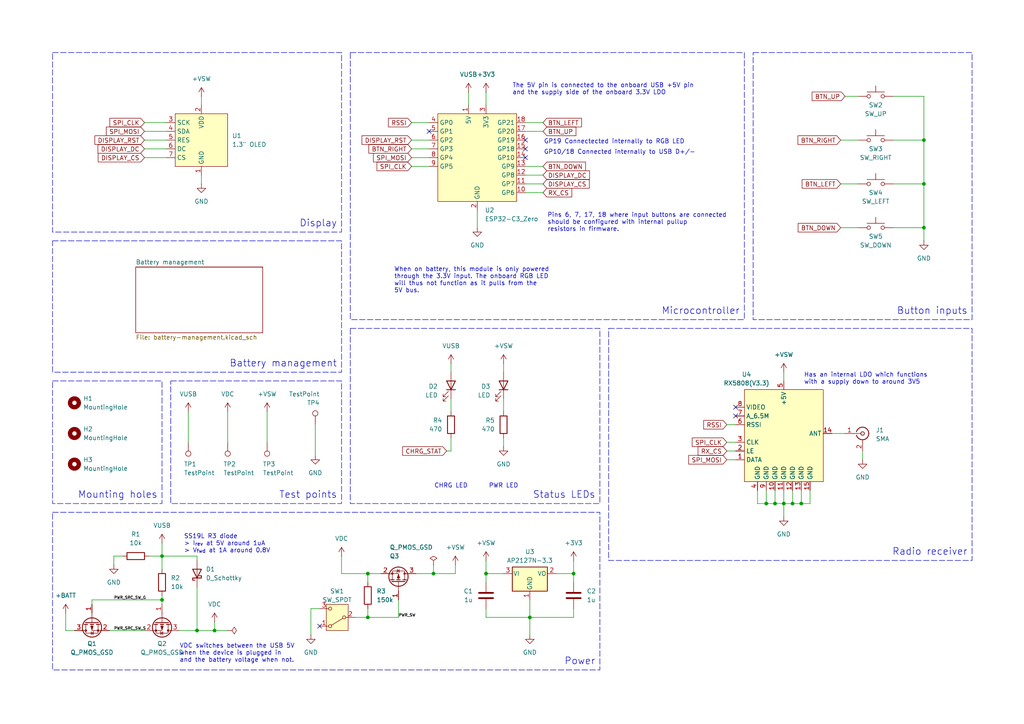
<source format=kicad_sch>
(kicad_sch (version 20231120) (generator "eeschema") (generator_version "8.0")
  (paper "A4")
  (lib_symbols
    (symbol "+VSW_1" (power) (pin_numbers hide) (pin_names (offset 0) hide)
      (property "Value" "+VSW" (at 0 3.556 0))
      (symbol "+VSW_1_0_1"
        (polyline (pts (xy -0.762 1.27) (xy 0 2.54)))
        (polyline (pts (xy 0 0) (xy 0 2.54)))
        (polyline (pts (xy 0 2.54) (xy 0.762 1.27)))
      )
      (symbol "+VSW_1_1_1"
        (pin power_in line (at 0 0 90) (length 0) (name "~") (number "1"))
      )
    )
    (symbol "Connector:Conn_Coaxial" (pin_names (offset 1.016) hide)
      (property "Reference" "J" (at 0.254 3.048 0))
      (property "Value" "Conn_Coaxial" (at 2.921 0 90))
      (symbol "Conn_Coaxial_0_1"
        (arc (start -1.778 -0.508) (mid 0.2311 -1.8066) (end 1.778 0) (stroke (width 0.254)))
        (polyline (pts (xy -2.54 0) (xy -0.508 0)))
        (polyline (pts (xy 0 -2.54) (xy 0 -1.778)))
        (circle (center 0 0) (radius 0.508) (stroke (width 0.2032)))
        (arc (start 1.778 0) (mid 0.2099 1.8101) (end -1.778 0.508) (stroke (width 0.254)))
      )
      (symbol "Conn_Coaxial_1_1"
        (pin passive line (at -5.08 0 0) (length 2.54) (name "In") (number "1"))
        (pin passive line (at 0 -5.08 90) (length 2.54) (name "Ext") (number "2"))
      )
    )
    (symbol "Connector:TestPoint" (pin_numbers hide) (pin_names (offset 0.762) hide)
      (property "Reference" "TP" (at 0 6.858 0))
      (property "Value" "TestPoint" (at 0 5.08 0))
      (symbol "TestPoint_0_1"
        (circle (center 0 3.302) (radius 0.762))
      )
      (symbol "TestPoint_1_1"
        (pin passive line (at 0 0 90) (length 2.54) (name "1") (number "1"))
      )
    )
    (symbol "Device:C" (pin_numbers hide) (pin_names (offset 0.254))
      (property "Reference" "C" (at 0.635 2.54 0))
      (property "Value" "C" (at 0.635 -2.54 0))
      (symbol "C_0_1"
        (polyline (pts (xy -2.032 -0.762) (xy 2.032 -0.762)) (stroke (width 0.508)))
        (polyline (pts (xy -2.032 0.762) (xy 2.032 0.762)) (stroke (width 0.508)))
      )
      (symbol "C_1_1"
        (pin passive line (at 0 3.81 270) (length 2.794) (name "~") (number "1"))
        (pin passive line (at 0 -3.81 90) (length 2.794) (name "~") (number "2"))
      )
    )
    (symbol "Device:D_Schottky" (pin_numbers hide) (pin_names (offset 1.016) hide)
      (property "Reference" "D" (at 0 2.54 0))
      (property "Value" "D_Schottky" (at 0 -2.54 0))
      (symbol "D_Schottky_0_1"
        (polyline (pts (xy 1.27 0) (xy -1.27 0)))
        (polyline (pts (xy 1.27 1.27) (xy 1.27 -1.27) (xy -1.27 0) (xy 1.27 1.27)) (stroke (width 0.254)))
        (polyline (pts (xy -1.905 0.635) (xy -1.905 1.27) (xy -1.27 1.27) (xy -1.27 -1.27) (xy -0.635 -1.27) (xy -0.635 -0.635)) (stroke (width 0.254)))
      )
      (symbol "D_Schottky_1_1"
        (pin passive line (at -3.81 0 0) (length 2.54) (name "K") (number "1"))
        (pin passive line (at 3.81 0 180) (length 2.54) (name "A") (number "2"))
      )
    )
    (symbol "Device:LED" (pin_numbers hide) (pin_names (offset 1.016) hide)
      (property "Reference" "D" (at 0 2.54 0))
      (property "Value" "LED" (at 0 -2.54 0))
      (symbol "LED_0_1"
        (polyline (pts (xy -1.27 -1.27) (xy -1.27 1.27)) (stroke (width 0.254)))
        (polyline (pts (xy -1.27 0) (xy 1.27 0)))
        (polyline (pts (xy 1.27 -1.27) (xy 1.27 1.27) (xy -1.27 0) (xy 1.27 -1.27)) (stroke (width 0.254)))
        (polyline (pts (xy -3.048 -0.762) (xy -4.572 -2.286) (xy -3.81 -2.286) (xy -4.572 -2.286) (xy -4.572 -1.524)))
        (polyline (pts (xy -1.778 -0.762) (xy -3.302 -2.286) (xy -2.54 -2.286) (xy -3.302 -2.286) (xy -3.302 -1.524)))
      )
      (symbol "LED_1_1"
        (pin passive line (at -3.81 0 0) (length 2.54) (name "K") (number "1"))
        (pin passive line (at 3.81 0 180) (length 2.54) (name "A") (number "2"))
      )
    )
    (symbol "Device:Q_PMOS_GSD" (pin_names (offset 0) hide)
      (property "Reference" "Q" (at 5.08 1.27 0))
      (property "Value" "Q_PMOS_GSD" (at 5.08 -1.27 0))
      (symbol "Q_PMOS_GSD_0_1"
        (polyline (pts (xy 0.254 0) (xy -2.54 0)))
        (polyline (pts (xy 0.254 1.905) (xy 0.254 -1.905)) (stroke (width 0.254)))
        (polyline (pts (xy 0.762 -1.27) (xy 0.762 -2.286)) (stroke (width 0.254)))
        (polyline (pts (xy 0.762 0.508) (xy 0.762 -0.508)) (stroke (width 0.254)))
        (polyline (pts (xy 0.762 2.286) (xy 0.762 1.27)) (stroke (width 0.254)))
        (polyline (pts (xy 2.54 2.54) (xy 2.54 1.778)))
        (polyline (pts (xy 2.54 -2.54) (xy 2.54 0) (xy 0.762 0)))
        (polyline (pts (xy 0.762 1.778) (xy 3.302 1.778) (xy 3.302 -1.778) (xy 0.762 -1.778)))
        (polyline (pts (xy 2.286 0) (xy 1.27 0.381) (xy 1.27 -0.381) (xy 2.286 0)) (fill (type outline)))
        (polyline (pts (xy 2.794 -0.508) (xy 2.921 -0.381) (xy 3.683 -0.381) (xy 3.81 -0.254)))
        (polyline (pts (xy 3.302 -0.381) (xy 2.921 0.254) (xy 3.683 0.254) (xy 3.302 -0.381)))
        (circle (center 1.651 0) (radius 2.794) (stroke (width 0.254)))
        (circle (center 2.54 -1.778) (radius 0.254) (fill (type outline)))
        (circle (center 2.54 1.778) (radius 0.254) (fill (type outline)))
      )
      (symbol "Q_PMOS_GSD_1_1"
        (pin input line (at -5.08 0 0) (length 2.54) (name "G") (number "1"))
        (pin passive line (at 2.54 -5.08 90) (length 2.54) (name "S") (number "2"))
        (pin passive line (at 2.54 5.08 270) (length 2.54) (name "D") (number "3"))
      )
    )
    (symbol "Device:R" (pin_numbers hide) (pin_names (offset 0))
      (property "Reference" "R" (at 2.032 0 90))
      (property "Value" "R" (at 0 0 90))
      (symbol "R_0_1"
        (rectangle (start -1.016 -2.54) (end 1.016 2.54) (stroke (width 0.254)))
      )
      (symbol "R_1_1"
        (pin passive line (at 0 3.81 270) (length 1.27) (name "~") (number "1"))
        (pin passive line (at 0 -3.81 90) (length 1.27) (name "~") (number "2"))
      )
    )
    (symbol "GND_1" (power) (pin_numbers hide) (pin_names (offset 0) hide)
      (property "Value" "GND" (at 0 -3.81 0))
      (symbol "GND_1_0_1"
        (polyline (pts (xy 0 0) (xy 0 -1.27) (xy 1.27 -1.27) (xy 0 -2.54) (xy -1.27 -1.27) (xy 0 -1.27)))
      )
      (symbol "GND_1_1_1"
        (pin power_in line (at 0 0 270) (length 0) (name "~") (number "1"))
      )
    )
    (symbol "GND_2" (power) (pin_numbers hide) (pin_names (offset 0) hide)
      (property "Value" "GND" (at 0 -3.81 0))
      (symbol "GND_2_0_1"
        (polyline (pts (xy 0 0) (xy 0 -1.27) (xy 1.27 -1.27) (xy 0 -2.54) (xy -1.27 -1.27) (xy 0 -1.27)))
      )
      (symbol "GND_2_1_1"
        (pin power_in line (at 0 0 270) (length 0) (name "~") (number "1"))
      )
    )
    (symbol "GND_3" (power) (pin_numbers hide) (pin_names (offset 0) hide)
      (property "Value" "GND" (at 0 -3.81 0))
      (symbol "GND_3_0_1"
        (polyline (pts (xy 0 0) (xy 0 -1.27) (xy 1.27 -1.27) (xy 0 -2.54) (xy -1.27 -1.27) (xy 0 -1.27)))
      )
      (symbol "GND_3_1_1"
        (pin power_in line (at 0 0 270) (length 0) (name "~") (number "1"))
      )
    )
    (symbol "GND_4" (power) (pin_numbers hide) (pin_names (offset 0) hide)
      (property "Value" "GND" (at 0 -3.81 0))
      (symbol "GND_4_0_1"
        (polyline (pts (xy 0 0) (xy 0 -1.27) (xy 1.27 -1.27) (xy 0 -2.54) (xy -1.27 -1.27) (xy 0 -1.27)))
      )
      (symbol "GND_4_1_1"
        (pin power_in line (at 0 0 270) (length 0) (name "~") (number "1"))
      )
    )
    (symbol "Mechanical:MountingHole" (pin_names (offset 1.016)) (exclude_from_sim yes) (in_bom no)
      (property "Reference" "H" (at 0 5.08 0))
      (property "Value" "MountingHole" (at 0 3.175 0))
      (symbol "MountingHole_0_1"
        (circle (center 0 0) (radius 1.27) (stroke (width 1.27)))
      )
    )
    (symbol "Regulator_Linear:AP2127N-3.3" (pin_names (offset 0.254))
      (property "Reference" "U" (at -3.81 3.175 0))
      (property "Value" "AP2127N-3.3" (at 0 3.175 0))
      (symbol "AP2127N-3.3_0_1"
        (rectangle (start -5.08 1.905) (end 5.08 -5.08) (stroke (width 0.254)) (fill (type background)))
      )
      (symbol "AP2127N-3.3_1_1"
        (pin power_in line (at 0 -7.62 90) (length 2.54) (name "GND") (number "1"))
        (pin power_out line (at 7.62 0 180) (length 2.54) (name "VO") (number "2"))
        (pin power_in line (at -7.62 0 0) (length 2.54) (name "VI") (number "3"))
      )
    )
    (symbol "Switch:SW_Push" (pin_numbers hide) (pin_names (offset 1.016) hide)
      (property "Reference" "SW" (at 1.27 2.54 0))
      (property "Value" "SW_Push" (at 0 -1.524 0))
      (symbol "SW_Push_0_1"
        (circle (center -2.032 0) (radius 0.508))
        (polyline (pts (xy 0 1.27) (xy 0 3.048)))
        (polyline (pts (xy 2.54 1.27) (xy -2.54 1.27)))
        (circle (center 2.032 0) (radius 0.508))
        (pin passive line (at -5.08 0 0) (length 2.54) (name "1") (number "1"))
        (pin passive line (at 5.08 0 180) (length 2.54) (name "2") (number "2"))
      )
    )
    (symbol "Switch:SW_SPDT" (pin_names (offset 0) hide)
      (property "Reference" "SW" (at 0 5.08 0))
      (property "Value" "SW_SPDT" (at 0 -5.08 0))
      (symbol "SW_SPDT_0_1"
        (circle (center -2.032 0) (radius 0.4572))
        (polyline (pts (xy -1.651 0.254) (xy 1.651 2.286)))
        (circle (center 2.032 -2.54) (radius 0.4572))
        (circle (center 2.032 2.54) (radius 0.4572))
      )
      (symbol "SW_SPDT_1_1"
        (rectangle (start -3.175 3.81) (end 3.175 -3.81) (fill (type background)))
        (pin passive line (at 5.08 2.54 180) (length 2.54) (name "A") (number "1"))
        (pin passive line (at -5.08 0 0) (length 2.54) (name "B") (number "2"))
        (pin passive line (at 5.08 -2.54 180) (length 2.54) (name "C") (number "3"))
      )
    )
    (symbol "power:+3V3" (power) (pin_numbers hide) (pin_names (offset 0) hide)
      (property "Value" "+3V3" (at 0 3.556 0))
      (symbol "+3V3_0_1"
        (polyline (pts (xy -0.762 1.27) (xy 0 2.54)))
        (polyline (pts (xy 0 0) (xy 0 2.54)))
        (polyline (pts (xy 0 2.54) (xy 0.762 1.27)))
      )
      (symbol "+3V3_1_1"
        (pin power_in line (at 0 0 90) (length 0) (name "~") (number "1"))
      )
    )
    (symbol "power:+BATT" (power) (pin_numbers hide) (pin_names (offset 0) hide)
      (property "Value" "+BATT" (at 0 3.556 0))
      (symbol "+BATT_0_1"
        (polyline (pts (xy -0.762 1.27) (xy 0 2.54)))
        (polyline (pts (xy 0 0) (xy 0 2.54)))
        (polyline (pts (xy 0 2.54) (xy 0.762 1.27)))
      )
      (symbol "+BATT_1_1"
        (pin power_in line (at 0 0 90) (length 0) (name "~") (number "1"))
      )
    )
    (symbol "power:GND" (power) (pin_numbers hide) (pin_names (offset 0) hide)
      (property "Value" "GND" (at 0 -3.81 0))
      (symbol "GND_0_1"
        (polyline (pts (xy 0 0) (xy 0 -1.27) (xy 1.27 -1.27) (xy 0 -2.54) (xy -1.27 -1.27) (xy 0 -1.27)))
      )
      (symbol "GND_1_1"
        (pin power_in line (at 0 0 270) (length 0) (name "~") (number "1"))
      )
    )
    (symbol "power:PWR_FLAG" (power) (pin_numbers hide) (pin_names (offset 0) hide)
      (property "Value" "PWR_FLAG" (at 0 3.81 0))
      (symbol "PWR_FLAG_0_0"
        (pin power_out line (at 0 0 90) (length 0) (name "~") (number "1"))
      )
      (symbol "PWR_FLAG_0_1"
        (polyline (pts (xy 0 0) (xy 0 1.27) (xy -1.016 1.905) (xy 0 2.54) (xy 1.016 1.905) (xy 0 1.27)))
      )
    )
    (symbol "power:VDC" (power) (pin_numbers hide) (pin_names (offset 0) hide)
      (property "Value" "VDC" (at 0 3.556 0))
      (symbol "VDC_0_1"
        (polyline (pts (xy -0.762 1.27) (xy 0 2.54)))
        (polyline (pts (xy 0 0) (xy 0 2.54)))
        (polyline (pts (xy 0 2.54) (xy 0.762 1.27)))
      )
      (symbol "VDC_1_1"
        (pin power_in line (at 0 0 90) (length 0) (name "~") (number "1"))
      )
    )
    (symbol "thanassis_sym:1.3_OLED_SPI"
      (property "Reference" "U3" (at 6.35 -13.97 0))
      (property "Value" "1.3\" OLED" (at 6.35 -16.51 0))
      (symbol "1.3_OLED_SPI_1_1"
        (rectangle (start -5.08 3.81) (end 10.16 -11.43) (fill (type background)))
        (pin power_in line (at 2.54 -13.97 90) (length 2.54) (name "GND") (number "1"))
        (pin power_in line (at 2.54 6.35 270) (length 2.54) (name "VDD") (number "2"))
        (pin input line (at -7.62 1.27 0) (length 2.54) (name "SCK") (number "3"))
        (pin input line (at -7.62 -1.27 0) (length 2.54) (name "SDA") (number "4"))
        (pin input line (at -7.62 -3.81 0) (length 2.54) (name "RES") (number "5"))
        (pin input line (at -7.62 -6.35 0) (length 2.54) (name "DC") (number "6"))
        (pin input line (at -7.62 -8.89 0) (length 2.54) (name "CS") (number "7"))
      )
    )
    (symbol "thanassis_sym:ESP32-C3_Zero"
      (property "Reference" "U" (at 10.922 -16.51 0))
      (property "Value" "ESP32-C3_Zero" (at 12.192 -19.05 0))
      (symbol "ESP32-C3_Zero_0_1"
        (rectangle (start -11.43 12.7) (end 11.43 -12.7) (fill (type background)))
      )
      (symbol "ESP32-C3_Zero_1_1"
        (pin power_out line (at -2.54 15.24 270) (length 2.54) (name "5V") (number "1"))
        (pin bidirectional line (at 13.97 -10.16 180) (length 2.54) (name "GP6") (number "10"))
        (pin bidirectional line (at 13.97 -7.62 180) (length 2.54) (name "GP7") (number "11"))
        (pin bidirectional line (at 13.97 -5.08 180) (length 2.54) (name "GP8") (number "12"))
        (pin bidirectional line (at 13.97 -2.54 180) (length 2.54) (name "GP9") (number "13"))
        (pin bidirectional line (at 13.97 0 180) (length 2.54) (name "GP10") (number "14"))
        (pin bidirectional line (at 13.97 2.54 180) (length 2.54) (name "GP18") (number "15"))
        (pin bidirectional line (at 13.97 5.08 180) (length 2.54) (name "GP19") (number "16"))
        (pin bidirectional line (at 13.97 7.62 180) (length 2.54) (name "GP20") (number "17"))
        (pin bidirectional line (at 13.97 10.16 180) (length 2.54) (name "GP21") (number "18"))
        (pin power_out line (at 0 -15.24 90) (length 2.54) (name "GND") (number "2"))
        (pin power_in line (at 2.54 15.24 270) (length 2.54) (name "3V3") (number "3"))
        (pin bidirectional line (at -13.97 10.16 0) (length 2.54) (name "GP0") (number "4"))
        (pin bidirectional line (at -13.97 7.62 0) (length 2.54) (name "GP1") (number "5"))
        (pin bidirectional line (at -13.97 5.08 0) (length 2.54) (name "GP2") (number "6"))
        (pin bidirectional line (at -13.97 2.54 0) (length 2.54) (name "GP3") (number "7"))
        (pin bidirectional line (at -13.97 0 0) (length 2.54) (name "GP4") (number "8"))
        (pin bidirectional line (at -13.97 -2.54 0) (length 2.54) (name "GP5") (number "9"))
      )
    )
    (symbol "thanassis_sym:RX5808(V3.3)_1"
      (property "Reference" "U5" (at 2.1941 7.62 0))
      (property "Value" "RX5808(V3.3)" (at 2.1941 5.08 0))
      (symbol "RX5808(V3.3)_1_1_1"
        (rectangle (start -11.43 2.54) (end 11.43 -24.13) (fill (type background)))
        (pin bidirectional line (at -13.97 -17.78 0) (length 2.54) (name "DATA") (number "1"))
        (pin power_in line (at -2.54 -26.67 90) (length 2.54) (name "GND") (number "10"))
        (pin power_in line (at 0 -26.67 90) (length 2.54) (name "GND") (number "11"))
        (pin power_in line (at 2.54 -26.67 90) (length 2.54) (name "GND") (number "12"))
        (pin power_in line (at 5.08 -26.67 90) (length 2.54) (name "GND") (number "13"))
        (pin input line (at 13.97 -10.16 180) (length 2.54) (name "ANT") (number "14"))
        (pin power_in line (at 7.62 -26.67 90) (length 2.54) (name "GND") (number "15"))
        (pin input line (at -13.97 -15.24 0) (length 2.54) (name "LE") (number "2"))
        (pin input line (at -13.97 -12.7 0) (length 2.54) (name "CLK") (number "3"))
        (pin power_in line (at -7.62 -26.67 90) (length 2.54) (name "GND") (number "4"))
        (pin power_in line (at 0 5.08 270) (length 2.54) (name "+5V") (number "5"))
        (pin output line (at -13.97 -7.62 0) (length 2.54) (name "RSSI") (number "6"))
        (pin output line (at -13.97 -5.08 0) (length 2.54) (name "A_6.5M") (number "7"))
        (pin output line (at -13.97 -2.54 0) (length 2.54) (name "VIDEO") (number "8"))
        (pin power_in line (at -5.08 -26.67 90) (length 2.54) (name "GND") (number "9"))
      )
    )
    (symbol "thanassis_sym:VUSB" (power) (pin_numbers hide) (pin_names (offset 0) hide)
      (property "Value" "VUSB" (at 0 3.556 0))
      (symbol "VUSB_0_1"
        (polyline (pts (xy -0.762 1.27) (xy 0 2.54)))
        (polyline (pts (xy 0 0) (xy 0 2.54)))
        (polyline (pts (xy 0 2.54) (xy 0.762 1.27)))
      )
      (symbol "VUSB_1_1"
        (pin power_in line (at 0 0 90) (length 0) (name "~") (number "1"))
      )
    )
  )
  (junction (at 57.15 182.88))
  (junction (at 229.87 146.05))
  (junction (at 140.97 166.37))
  (junction (at 267.97 66.04))
  (junction (at 166.37 166.37))
  (junction (at 222.25 146.05))
  (junction (at 62.23 182.88))
  (junction (at 153.67 179.07))
  (junction (at 224.79 146.05))
  (junction (at 106.68 179.07))
  (junction (at 227.33 146.05))
  (junction (at 267.97 40.64))
  (junction (at 46.99 173.99))
  (junction (at 232.41 146.05))
  (junction (at 267.97 53.34))
  (junction (at 46.99 161.29))
  (junction (at 106.68 166.37))
  (junction (at 125.73 166.37))
  (no_connect (at 124.46 38.1))
  (no_connect (at 152.4 40.64))
  (no_connect (at 213.36 118.11))
  (no_connect (at 213.36 120.65))
  (no_connect (at 152.4 43.18))
  (no_connect (at 152.4 45.72))
  (no_connect (at 92.71 181.61))
  (wire (pts (xy 130.81 130.81) (xy 130.81 127)))
  (wire (pts (xy 46.99 161.29) (xy 46.99 165.1)))
  (wire (pts (xy 210.82 133.35) (xy 213.36 133.35)))
  (wire (pts (xy 46.99 161.29) (xy 57.15 161.29)))
  (wire (pts (xy 210.82 123.19) (xy 213.36 123.19)))
  (wire (pts (xy 153.67 179.07) (xy 153.67 184.15)))
  (wire (pts (xy 106.68 179.07) (xy 115.57 179.07)))
  (wire (pts (xy 125.73 163.83) (xy 125.73 166.37)))
  (wire (pts (xy 62.23 182.88) (xy 66.04 182.88)))
  (wire (pts (xy 90.17 176.53) (xy 90.17 184.15)))
  (wire (pts (xy 229.87 146.05) (xy 227.33 146.05)))
  (wire (pts (xy 243.84 40.64) (xy 248.92 40.64)))
  (wire (pts (xy 140.97 166.37) (xy 146.05 166.37)))
  (wire (pts (xy 19.05 182.88) (xy 21.59 182.88)))
  (wire (pts (xy 234.95 142.24) (xy 234.95 146.05)))
  (wire (pts (xy 245.11 27.94) (xy 248.92 27.94)))
  (wire (pts (xy 58.42 27.94) (xy 58.42 30.48)))
  (wire (pts (xy 166.37 179.07) (xy 166.37 176.53)))
  (wire (pts (xy 140.97 176.53) (xy 140.97 179.07)))
  (wire (pts (xy 232.41 142.24) (xy 232.41 146.05)))
  (wire (pts (xy 267.97 27.94) (xy 259.08 27.94)))
  (wire (pts (xy 227.33 107.95) (xy 227.33 110.49)))
  (wire (pts (xy 106.68 176.53) (xy 106.68 179.07)))
  (wire (pts (xy 267.97 69.85) (xy 267.97 66.04)))
  (wire (pts (xy 222.25 142.24) (xy 222.25 146.05)))
  (wire (pts (xy 153.67 179.07) (xy 166.37 179.07)))
  (wire (pts (xy 140.97 166.37) (xy 140.97 168.91)))
  (wire (pts (xy 106.68 166.37) (xy 106.68 168.91)))
  (wire (pts (xy 234.95 146.05) (xy 232.41 146.05)))
  (wire (pts (xy 31.75 182.88) (xy 41.91 182.88)))
  (wire (pts (xy 43.18 161.29) (xy 46.99 161.29)))
  (wire (pts (xy 124.46 35.56) (xy 119.38 35.56)))
  (wire (pts (xy 124.46 45.72) (xy 119.38 45.72)))
  (wire (pts (xy 26.67 175.26) (xy 26.67 173.99)))
  (wire (pts (xy 57.15 182.88) (xy 57.15 170.18)))
  (wire (pts (xy 224.79 142.24) (xy 224.79 146.05)))
  (wire (pts (xy 161.29 166.37) (xy 166.37 166.37)))
  (wire (pts (xy 166.37 166.37) (xy 166.37 162.56)))
  (wire (pts (xy 124.46 40.64) (xy 119.38 40.64)))
  (wire (pts (xy 41.91 35.56) (xy 48.26 35.56)))
  (wire (pts (xy 267.97 27.94) (xy 267.97 40.64)))
  (wire (pts (xy 152.4 38.1) (xy 157.48 38.1)))
  (wire (pts (xy 124.46 43.18) (xy 119.38 43.18)))
  (wire (pts (xy 250.19 130.81) (xy 250.19 133.35)))
  (wire (pts (xy 229.87 142.24) (xy 229.87 146.05)))
  (wire (pts (xy 124.46 48.26) (xy 119.38 48.26)))
  (wire (pts (xy 243.84 66.04) (xy 248.92 66.04)))
  (wire (pts (xy 91.44 132.08) (xy 91.44 123.19)))
  (wire (pts (xy 227.33 146.05) (xy 227.33 149.86)))
  (wire (pts (xy 267.97 66.04) (xy 259.08 66.04)))
  (wire (pts (xy 210.82 130.81) (xy 213.36 130.81)))
  (wire (pts (xy 267.97 53.34) (xy 267.97 66.04)))
  (wire (pts (xy 243.84 53.34) (xy 248.92 53.34)))
  (wire (pts (xy 57.15 182.88) (xy 62.23 182.88)))
  (wire (pts (xy 46.99 172.72) (xy 46.99 173.99)))
  (wire (pts (xy 152.4 50.8) (xy 157.48 50.8)))
  (wire (pts (xy 120.65 166.37) (xy 125.73 166.37)))
  (wire (pts (xy 152.4 35.56) (xy 157.48 35.56)))
  (wire (pts (xy 227.33 142.24) (xy 227.33 146.05)))
  (wire (pts (xy 152.4 55.88) (xy 157.48 55.88)))
  (wire (pts (xy 140.97 26.67) (xy 140.97 30.48)))
  (wire (pts (xy 267.97 40.64) (xy 259.08 40.64)))
  (wire (pts (xy 102.87 179.07) (xy 106.68 179.07)))
  (wire (pts (xy 54.61 119.38) (xy 54.61 128.27)))
  (wire (pts (xy 146.05 105.41) (xy 146.05 107.95)))
  (wire (pts (xy 224.79 146.05) (xy 227.33 146.05)))
  (wire (pts (xy 33.02 163.83) (xy 33.02 161.29)))
  (wire (pts (xy 106.68 166.37) (xy 110.49 166.37)))
  (wire (pts (xy 66.04 119.38) (xy 66.04 128.27)))
  (wire (pts (xy 125.73 166.37) (xy 132.08 166.37)))
  (wire (pts (xy 41.91 43.18) (xy 48.26 43.18)))
  (wire (pts (xy 222.25 146.05) (xy 224.79 146.05)))
  (wire (pts (xy 115.57 173.99) (xy 115.57 179.07)))
  (wire (pts (xy 26.67 173.99) (xy 46.99 173.99)))
  (wire (pts (xy 132.08 166.37) (xy 132.08 163.83)))
  (wire (pts (xy 41.91 40.64) (xy 48.26 40.64)))
  (wire (pts (xy 41.91 38.1) (xy 48.26 38.1)))
  (wire (pts (xy 90.17 176.53) (xy 92.71 176.53)))
  (wire (pts (xy 62.23 180.34) (xy 62.23 182.88)))
  (wire (pts (xy 130.81 105.41) (xy 130.81 107.95)))
  (wire (pts (xy 166.37 166.37) (xy 166.37 168.91)))
  (wire (pts (xy 153.67 173.99) (xy 153.67 179.07)))
  (wire (pts (xy 267.97 53.34) (xy 259.08 53.34)))
  (wire (pts (xy 46.99 157.48) (xy 46.99 161.29)))
  (wire (pts (xy 41.91 45.72) (xy 48.26 45.72)))
  (wire (pts (xy 135.89 26.67) (xy 135.89 30.48)))
  (wire (pts (xy 140.97 179.07) (xy 153.67 179.07)))
  (wire (pts (xy 152.4 53.34) (xy 157.48 53.34)))
  (wire (pts (xy 146.05 115.57) (xy 146.05 119.38)))
  (wire (pts (xy 129.54 130.81) (xy 130.81 130.81)))
  (wire (pts (xy 99.06 161.29) (xy 99.06 166.37)))
  (wire (pts (xy 58.42 50.8) (xy 58.42 53.34)))
  (wire (pts (xy 19.05 177.8) (xy 19.05 182.88)))
  (wire (pts (xy 146.05 127) (xy 146.05 129.54)))
  (wire (pts (xy 232.41 146.05) (xy 229.87 146.05)))
  (wire (pts (xy 33.02 161.29) (xy 35.56 161.29)))
  (wire (pts (xy 77.47 119.38) (xy 77.47 128.27)))
  (wire (pts (xy 267.97 40.64) (xy 267.97 53.34)))
  (wire (pts (xy 130.81 115.57) (xy 130.81 119.38)))
  (wire (pts (xy 57.15 162.56) (xy 57.15 161.29)))
  (wire (pts (xy 219.71 146.05) (xy 222.25 146.05)))
  (wire (pts (xy 46.99 173.99) (xy 46.99 175.26)))
  (wire (pts (xy 241.3 125.73) (xy 245.11 125.73)))
  (wire (pts (xy 52.07 182.88) (xy 57.15 182.88)))
  (wire (pts (xy 219.71 142.24) (xy 219.71 146.05)))
  (wire (pts (xy 152.4 48.26) (xy 157.48 48.26)))
  (wire (pts (xy 138.43 60.96) (xy 138.43 66.04)))
  (wire (pts (xy 140.97 162.56) (xy 140.97 166.37)))
  (wire (pts (xy 210.82 128.27) (xy 213.36 128.27)))
  (wire (pts (xy 99.06 166.37) (xy 106.68 166.37)))
  (rectangle (start 101.6 15.24) (end 215.9 92.71) (stroke (width 0) (type dash)))
  (rectangle (start 49.53 110.49) (end 99.06 146.05) (stroke (width 0) (type dash)))
  (rectangle (start 15.24 15.24) (end 99.06 67.31) (stroke (width 0) (type dash)))
  (rectangle (start 176.53 95.25) (end 281.94 162.56) (stroke (width 0) (type dash)))
  (rectangle (start 15.24 69.85) (end 99.06 107.95) (stroke (width 0) (type dash)))
  (rectangle (start 15.24 110.49) (end 46.99 146.05) (stroke (width 0) (type dash)))
  (rectangle (start 218.44 15.24) (end 281.94 92.71) (stroke (width 0) (type dash)))
  (rectangle (start 101.6 95.25) (end 173.99 146.05) (stroke (width 0) (type dash)))
  (rectangle (start 15.24 148.59) (end 173.99 194.31) (stroke (width 0) (type dash)))
  (text "VDC switches between the USB 5V \nwhen the device is plugged in\nand the battery voltage when not." (at 52.07 186.69 0) (effects (font (size 1.27 1.27)) (justify left top)))
  (text "Power" (at 172.72 193.04 0) (effects (font (size 2 2)) (justify right bottom)))
  (text "PWR LED" (at 146.05 140.97 0) (effects (font (size 1.27 1.27))))
  (text "GP10/18 Connected internally to USB D+/-" (at 157.734 44.196 0) (effects (font (size 1.27 1.27)) (justify left)))
  (text "Pins 6, 7, 17, 18 where input buttons are connected \nshould be configured with internal pullup \nresistors in firmware." (at 158.75 67.31 0) (effects (font (size 1.27 1.27)) (justify left bottom)))
  (text "When on battery, this module is only powered \nthrough the 3.3V input. The onboard RGB LED \nwill thus not function as it pulls from the\n5V bus." (at 114.3 77.47 0) (effects (font (size 1.27 1.27)) (justify left top)))
  (text "Button inputs" (at 280.67 91.44 0) (effects (font (size 2 2)) (justify right bottom)))
  (text "Status LEDs" (at 172.72 144.78 0) (effects (font (size 2 2)) (justify right bottom)))
  (text "Has an internal LDO which functions \nwith a supply down to around 3V5" (at 233.172 109.855 0) (effects (font (size 1.27 1.27)) (justify left)))
  (text "Battery management" (at 97.79 106.68 0) (effects (font (size 2 2)) (justify right bottom)))
  (text "GP19 Connectected internally to RGB LED" (at 157.734 41.148 0) (effects (font (size 1.27 1.27)) (justify left)))
  (text "Radio receiver" (at 280.67 161.29 0) (effects (font (size 2 2)) (justify right bottom)))
  (text "Test points" (at 97.79 144.78 0) (effects (font (size 2 2)) (justify right bottom)))
  (text "Microcontroller" (at 214.63 91.44 0) (effects (font (size 2 2)) (justify right bottom)))
  (text "The 5V pin is connected to the onboard USB +5V pin\nand the supply side of the onboard 3.3V LDO" (at 148.59 24.13 0) (effects (font (size 1.27 1.27)) (justify left top)))
  (text "SS19L R3 diode \n> I_{rev} at 5V around 1uA \n> V_{fwd} at 1A around 0.8V\n" (at 53.34 154.94 0) (effects (font (size 1.27 1.27)) (justify left top)))
  (text "CHRG LED" (at 130.81 140.97 0) (effects (font (size 1.27 1.27))))
  (text "Mounting holes" (at 45.72 144.78 0) (effects (font (size 2 2)) (justify right bottom)))
  (text "Display" (at 97.79 66.04 0) (effects (font (size 2 2)) (justify right bottom)))
  (label "PWR_SRC_SW_S" (at 33.02 182.88 0) (effects (font (size 0.8 0.8))))
  (label "PWR_SRC_SW_G" (at 33.02 173.99 0) (effects (font (size 0.8 0.8))))
  (label "PWR_SW" (at 115.57 179.07 0) (effects (font (size 0.8 0.8))))
  (global_label "DISPLAY_CS" (shape input) (at 157.48 53.34 0) (property "Intersheetrefs" "${INTERSHEET_REFS}" (effects (hide yes))))
  (global_label "DISPLAY_RST" (shape input) (at 41.91 40.64 180) (property "Intersheetrefs" "${INTERSHEET_REFS}" (effects (hide yes))))
  (global_label "BTN_RIGHT" (shape input) (at 119.38 43.18 180) (property "Intersheetrefs" "${INTERSHEET_REFS}" (effects (hide yes))))
  (global_label "RSSI" (shape input) (at 210.82 123.19 180) (property "Intersheetrefs" "${INTERSHEET_REFS}" (effects (hide yes))))
  (global_label "BTN_DOWN" (shape input) (at 157.48 48.26 0) (property "Intersheetrefs" "${INTERSHEET_REFS}" (effects (hide yes))))
  (global_label "RX_CS" (shape input) (at 210.82 130.81 180) (property "Intersheetrefs" "${INTERSHEET_REFS}" (effects (hide yes))))
  (global_label "BTN_UP" (shape input) (at 245.11 27.94 180) (property "Intersheetrefs" "${INTERSHEET_REFS}" (effects (hide yes))))
  (global_label "SPI_CLK" (shape input) (at 41.91 35.56 180) (property "Intersheetrefs" "${INTERSHEET_REFS}" (effects (hide yes))))
  (global_label "DISPLAY_CS" (shape input) (at 41.91 45.72 180) (property "Intersheetrefs" "${INTERSHEET_REFS}" (effects (hide yes))))
  (global_label "CHRG_STAT" (shape input) (at 129.54 130.81 180) (property "Intersheetrefs" "${INTERSHEET_REFS}" (effects (hide yes))))
  (global_label "BTN_DOWN" (shape input) (at 243.84 66.04 180) (property "Intersheetrefs" "${INTERSHEET_REFS}" (effects (hide yes))))
  (global_label "BTN_LEFT" (shape input) (at 157.48 35.56 0) (property "Intersheetrefs" "${INTERSHEET_REFS}" (effects (hide yes))))
  (global_label "SPI_CLK" (shape input) (at 210.82 128.27 180) (property "Intersheetrefs" "${INTERSHEET_REFS}" (effects (hide yes))))
  (global_label "SPI_MOSI" (shape input) (at 41.91 38.1 180) (property "Intersheetrefs" "${INTERSHEET_REFS}" (effects (hide yes))))
  (global_label "DISPLAY_RST" (shape input) (at 119.38 40.64 180) (property "Intersheetrefs" "${INTERSHEET_REFS}" (effects (hide yes))))
  (global_label "RSSI" (shape input) (at 119.38 35.56 180) (property "Intersheetrefs" "${INTERSHEET_REFS}" (effects (hide yes))))
  (global_label "DISPLAY_DC" (shape input) (at 41.91 43.18 180) (property "Intersheetrefs" "${INTERSHEET_REFS}" (effects (hide yes))))
  (global_label "SPI_MOSI" (shape input) (at 210.82 133.35 180) (property "Intersheetrefs" "${INTERSHEET_REFS}" (effects (hide yes))))
  (global_label "SPI_MOSI" (shape input) (at 119.38 45.72 180) (property "Intersheetrefs" "${INTERSHEET_REFS}" (effects (hide yes))))
  (global_label "SPI_CLK" (shape input) (at 119.38 48.26 180) (property "Intersheetrefs" "${INTERSHEET_REFS}" (effects (hide yes))))
  (global_label "DISPLAY_DC" (shape input) (at 157.48 50.8 0) (property "Intersheetrefs" "${INTERSHEET_REFS}" (effects (hide yes))))
  (global_label "BTN_LEFT" (shape input) (at 243.84 53.34 180) (property "Intersheetrefs" "${INTERSHEET_REFS}" (effects (hide yes))))
  (global_label "RX_CS" (shape input) (at 157.48 55.88 0) (property "Intersheetrefs" "${INTERSHEET_REFS}" (effects (hide yes))))
  (global_label "BTN_RIGHT" (shape input) (at 243.84 40.64 180) (property "Intersheetrefs" "${INTERSHEET_REFS}" (effects (hide yes))))
  (global_label "BTN_UP" (shape input) (at 157.48 38.1 0) (property "Intersheetrefs" "${INTERSHEET_REFS}" (effects (hide yes))))
  (symbol (lib_id "Device:R") (at 106.68 172.72 0) (unit 1)
    (property "Reference" "R3" (at 109.22 171.45 0) (effects (justify left)))
    (property "Value" "150k" (at 109.22 173.99 0) (effects (justify left)))
    (property "Footprint" "Resistor_SMD:R_0603_1608Metric_Pad0.98x0.95mm_HandSolder" (effects (hide yes)))
  )
  (symbol (lib_id "Switch:SW_Push") (at 254 53.34 0) (unit 1)
    (property "Reference" "SW4" (at 254 55.88 0))
    (property "Value" "SW_LEFT" (at 254 58.42 0))
    (property "Footprint" "Thanassis_Foot:SW_PUSH_ADAFRUIT_SMALL" (effects (hide yes)))
  )
  (symbol (lib_id "Mechanical:MountingHole") (at 21.59 116.84 0) (unit 1) (exclude_from_sim yes) (in_bom no)
    (property "Reference" "H1" (at 24.13 115.5699 0) (effects (justify left)))
    (property "Value" "MountingHole" (at 24.13 118.1099 0) (effects (justify left)))
    (property "Footprint" "MountingHole:MountingHole_3.2mm_M3_ISO7380" (effects (hide yes)))
    (property "Description" "Mounting Hole without connection" (effects (hide yes)))
  )
  (symbol (lib_id "Connector:Conn_Coaxial") (at 250.19 125.73 0) (unit 1)
    (property "Reference" "J1" (at 254 124.7531 0) (effects (justify left)))
    (property "Value" "SMA" (at 254 127.2931 0) (effects (justify left)))
    (property "Footprint" "Connector_Coaxial:SMA_Samtec_SMA-J-P-H-ST-EM1_EdgeMount" (effects (hide yes)))
    (property "Description" "coaxial connector (BNC, SMA, SMB, SMC, Cinch/RCA, LEMO, ...)" (effects (hide yes)))
  )
  (symbol (lib_id "power:+3V3") (at 140.97 26.67 0) (unit 1)
    (property "Reference" "#PWR018" (effects (hide yes)))
    (property "Value" "+3V3" (at 140.97 21.59 0))
    (property "Description" "Power symbol creates a global label with name \"+3V3\"" (effects (hide yes)))
  )
  (symbol (lib_id "Switch:SW_Push") (at 254 40.64 0) (unit 1)
    (property "Reference" "SW3" (at 254 43.18 0))
    (property "Value" "SW_RIGHT" (at 254 45.72 0))
    (property "Footprint" "Thanassis_Foot:SW_PUSH_ADAFRUIT_SMALL" (effects (hide yes)))
  )
  (symbol (lib_id "power:VDC") (at 66.04 119.38 0) (mirror y) (unit 1)
    (property "Reference" "#PWR04" (effects (hide yes)))
    (property "Value" "VDC" (at 66.04 114.3 0))
  )
  (symbol (lib_id "Device:Q_PMOS_GSD") (at 26.67 180.34 90) (mirror x) (unit 1)
    (property "Reference" "Q1" (at 26.67 186.69 90))
    (property "Value" "Q_PMOS_GSD" (at 26.67 189.23 90))
    (property "Footprint" "Package_TO_SOT_SMD:SOT-23" (effects (hide yes)))
    (property "Description" "P-MOSFET transistor, gate/source/drain" (effects (hide yes)))
    (property "Sim.Device" "PMOS" (effects (hide yes)))
    (property "Sim.Type" "VDMOS" (effects (hide yes)))
    (property "Sim.Pins" "1=D 2=G 3=S" (effects (hide yes)))
  )
  (symbol (lib_id "thanassis_sym:VUSB") (at 130.81 105.41 0) (unit 1)
    (property "Reference" "#PWR012" (effects (hide yes)))
    (property "Value" "VUSB" (at 130.81 100.33 0))
    (property "Description" "Power symbol creates a global label with name \"VUSB\"" (effects (hide yes)))
  )
  (symbol (lib_id "Connector:TestPoint") (at 66.04 128.27 180) (unit 1)
    (property "Reference" "TP2" (at 64.77 134.62 0) (effects (justify right)))
    (property "Value" "TestPoint" (at 64.77 137.16 0) (effects (justify right)))
    (property "Footprint" "TestPoint:TestPoint_Pad_D2.0mm" (effects (hide yes)))
    (property "Description" "test point" (effects (hide yes)))
  )
  (symbol (lib_id "power:+BATT") (at 19.05 177.8 0) (unit 1)
    (property "Reference" "#PWR01" (effects (hide yes)))
    (property "Value" "+BATT" (at 19.05 172.72 0))
    (property "Description" "Power symbol creates a global label with name \"+BATT\"" (effects (hide yes)))
  )
  (symbol (lib_id "thanassis_sym:VUSB") (at 46.99 157.48 0) (unit 1)
    (property "Reference" "#PWR05" (effects (hide yes)))
    (property "Value" "VUSB" (at 46.99 152.4 0))
    (property "Description" "Power symbol creates a global label with name \"VUSB\"" (effects (hide yes)))
  )
  (symbol (lib_id "power:GND") (at 90.17 184.15 0) (mirror y) (unit 1)
    (property "Reference" "#PWR010" (effects (hide yes)))
    (property "Value" "GND" (at 90.17 189.23 0))
  )
  (symbol (lib_id "power:VDC") (at 99.06 161.29 0) (mirror y) (unit 1)
    (property "Reference" "#PWR011" (effects (hide yes)))
    (property "Value" "VDC" (at 99.06 156.21 0))
  )
  (symbol (lib_id "Device:D_Schottky") (at 57.15 166.37 90) (unit 1)
    (property "Reference" "D1" (at 59.69 165.1 90) (effects (justify right)))
    (property "Value" "D_Schottky" (at 59.69 167.64 90) (effects (justify right)))
    (property "Footprint" "Diode_SMD:D_SMA_Handsoldering" (effects (hide yes)))
    (property "Description" "Schottky diode" (effects (hide yes)))
  )
  (symbol (lib_id "Mechanical:MountingHole") (at 21.59 134.62 0) (unit 1) (exclude_from_sim yes) (in_bom no)
    (property "Reference" "H3" (at 24.13 133.3499 0) (effects (justify left)))
    (property "Value" "MountingHole" (at 24.13 135.8899 0) (effects (justify left)))
    (property "Footprint" "MountingHole:MountingHole_3.2mm_M3_ISO7380" (effects (hide yes)))
    (property "Description" "Mounting Hole without connection" (effects (hide yes)))
  )
  (symbol (lib_id "thanassis_sym:VUSB") (at 135.89 26.67 0) (unit 1)
    (property "Reference" "#PWR014" (effects (hide yes)))
    (property "Value" "VUSB" (at 135.89 21.59 0))
    (property "Description" "Power symbol creates a global label with name \"VUSB\"" (effects (hide yes)))
  )
  (symbol (lib_id "Device:Q_PMOS_GSD") (at 46.99 180.34 270) (unit 1)
    (property "Reference" "Q2" (at 46.99 186.69 90))
    (property "Value" "Q_PMOS_GSD" (at 46.99 189.23 90))
    (property "Footprint" "Package_TO_SOT_SMD:SOT-23" (effects (hide yes)))
    (property "Description" "P-MOSFET transistor, gate/source/drain" (effects (hide yes)))
    (property "Sim.Device" "PMOS" (effects (hide yes)))
    (property "Sim.Type" "VDMOS" (effects (hide yes)))
    (property "Sim.Pins" "1=D 2=G 3=S" (effects (hide yes)))
  )
  (symbol (lib_name "GND_4") (lib_id "power:GND") (at 146.05 129.54 0) (unit 1)
    (property "Reference" "#PWR016" (effects (hide yes)))
    (property "Value" "GND" (at 146.05 134.62 0))
    (property "Description" "Power symbol creates a global label with name \"GND\" , ground" (effects (hide yes)))
  )
  (symbol (lib_id "Device:C") (at 166.37 172.72 0) (unit 1)
    (property "Reference" "C2" (at 170.18 171.4499 0) (effects (justify left)))
    (property "Value" "1u" (at 170.18 173.9899 0) (effects (justify left)))
    (property "Footprint" "Capacitor_SMD:C_0603_1608Metric_Pad1.08x0.95mm_HandSolder" (effects (hide yes)))
    (property "Description" "Unpolarized capacitor" (effects (hide yes)))
  )
  (symbol (lib_name "+VSW_1") (lib_id "power:+VSW") (at 132.08 163.83 0) (unit 1)
    (property "Reference" "#PWR013" (effects (hide yes)))
    (property "Value" "+VSW" (at 132.08 158.75 0))
    (property "Description" "Power symbol creates a global label with name \"+VSW\"" (effects (hide yes)))
  )
  (symbol (lib_name "GND_4") (lib_id "power:GND") (at 153.67 184.15 0) (unit 1)
    (property "Reference" "#PWR020" (effects (hide yes)))
    (property "Value" "GND" (at 153.67 189.23 0))
    (property "Description" "Power symbol creates a global label with name \"GND\" , ground" (effects (hide yes)))
  )
  (symbol (lib_name "GND_2") (lib_id "power:GND") (at 58.42 53.34 0) (unit 1)
    (property "Reference" "#PWR07" (effects (hide yes)))
    (property "Value" "GND" (at 58.42 58.42 0))
    (property "Description" "Power symbol creates a global label with name \"GND\" , ground" (effects (hide yes)))
  )
  (symbol (lib_name "GND_3") (lib_id "power:GND") (at 250.19 133.35 0) (unit 1)
    (property "Reference" "#PWR024" (effects (hide yes)))
    (property "Value" "GND" (at 250.19 138.43 0))
    (property "Description" "Power symbol creates a global label with name \"GND\" , ground" (effects (hide yes)))
  )
  (symbol (lib_id "Regulator_Linear:AP2127N-3.3") (at 153.67 166.37 0) (unit 1)
    (property "Reference" "U3" (at 153.67 160.02 0))
    (property "Value" "AP2127N-3.3" (at 153.67 162.56 0))
    (property "Footprint" "Package_TO_SOT_SMD:SOT-23" (effects (hide yes)))
    (property "Datasheet" "https://www.diodes.com/assets/Datasheets/AP2127.pdf" (effects (hide yes)))
    (property "Description" "300mA low dropout linear regulator, shutdown pin, 2.5V-6V input voltage, 3.3V fixed positive output, SOT-23 package" (effects (hide yes)))
  )
  (symbol (lib_name "+VSW_1") (lib_id "power:+VSW") (at 58.42 27.94 0) (unit 1)
    (property "Reference" "#PWR06" (effects (hide yes)))
    (property "Value" "+VSW" (at 58.42 22.86 0))
    (property "Description" "Power symbol creates a global label with name \"+VSW\"" (effects (hide yes)))
  )
  (symbol (lib_id "power:GND") (at 33.02 163.83 0) (unit 1)
    (property "Reference" "#PWR03" (effects (hide yes)))
    (property "Value" "GND" (at 33.02 168.91 0))
    (property "Description" "Power symbol creates a global label with name \"GND\" , ground" (effects (hide yes)))
  )
  (symbol (lib_name "+VSW_1") (lib_id "power:+VSW") (at 227.33 107.95 0) (unit 1)
    (property "Reference" "#PWR022" (effects (hide yes)))
    (property "Value" "+VSW" (at 227.33 102.87 0))
    (property "Description" "Power symbol creates a global label with name \"+VSW\"" (effects (hide yes)))
  )
  (symbol (lib_id "Device:C") (at 140.97 172.72 0) (mirror y) (unit 1)
    (property "Reference" "C1" (at 137.16 171.4499 0) (effects (justify left)))
    (property "Value" "1u" (at 137.16 173.9899 0) (effects (justify left)))
    (property "Footprint" "Capacitor_SMD:C_0603_1608Metric_Pad1.08x0.95mm_HandSolder" (effects (hide yes)))
    (property "Description" "Unpolarized capacitor" (effects (hide yes)))
  )
  (symbol (lib_id "Device:LED") (at 130.81 111.76 270) (mirror x) (unit 1)
    (property "Reference" "D2" (at 127 112.0774 90) (effects (justify right)))
    (property "Value" "LED" (at 127 114.6174 90) (effects (justify right)))
    (property "Footprint" "LED_SMD:LED_0603_1608Metric_Pad1.05x0.95mm_HandSolder" (effects (hide yes)))
    (property "Description" "Light emitting diode" (effects (hide yes)))
  )
  (symbol (lib_id "power:GND") (at 138.43 66.04 0) (unit 1)
    (property "Reference" "#PWR017" (effects (hide yes)))
    (property "Value" "GND" (at 138.43 71.12 0))
    (property "Description" "Power symbol creates a global label with name \"GND\" , ground" (effects (hide yes)))
  )
  (symbol (lib_id "power:PWR_FLAG") (at 66.04 182.88 270) (unit 1)
    (property "Reference" "#FLG01" (effects (hide yes)))
    (property "Value" "PWR_FLAG" (effects (hide yes)))
    (property "Description" "Special symbol for telling ERC where power comes from" (effects (hide yes)))
  )
  (symbol (lib_id "power:PWR_FLAG") (at 125.73 163.83 0) (unit 1)
    (property "Reference" "#FLG02" (effects (hide yes)))
    (property "Value" "PWR_FLAG" (effects (hide yes)))
  )
  (symbol (lib_id "Device:R") (at 46.99 168.91 0) (unit 1)
    (property "Reference" "R2" (at 49.53 167.6399 0) (effects (justify left)))
    (property "Value" "10k" (at 49.53 170.1799 0) (effects (justify left)))
    (property "Footprint" "Resistor_SMD:R_0603_1608Metric_Pad0.98x0.95mm_HandSolder" (effects (hide yes)))
    (property "Description" "Resistor" (effects (hide yes)))
  )
  (symbol (lib_id "Device:Q_PMOS_GSD") (at 115.57 168.91 270) (mirror x) (unit 1)
    (property "Reference" "Q3" (at 113.03 161.29 90) (effects (justify left)))
    (property "Value" "Q_PMOS_GSD" (at 113.03 158.75 90) (effects (justify left)))
    (property "Footprint" "Package_TO_SOT_SMD:SOT-23" (effects (hide yes)))
  )
  (symbol (lib_name "+VSW_1") (lib_id "power:+VSW") (at 146.05 105.41 0) (unit 1)
    (property "Reference" "#PWR015" (effects (hide yes)))
    (property "Value" "+VSW" (at 146.05 100.33 0))
    (property "Description" "Power symbol creates a global label with name \"+VSW\"" (effects (hide yes)))
  )
  (symbol (lib_id "power:GND") (at 91.44 132.08 0) (unit 1)
    (property "Reference" "#PWR035" (effects (hide yes)))
    (property "Value" "GND" (at 91.44 137.16 0))
    (property "Description" "Power symbol creates a global label with name \"GND\" , ground" (effects (hide yes)))
  )
  (symbol (lib_id "Mechanical:MountingHole") (at 21.59 125.73 0) (unit 1) (exclude_from_sim yes) (in_bom no)
    (property "Reference" "H2" (at 24.13 124.4599 0) (effects (justify left)))
    (property "Value" "MountingHole" (at 24.13 126.9999 0) (effects (justify left)))
    (property "Footprint" "MountingHole:MountingHole_3.2mm_M3_ISO7380" (effects (hide yes)))
    (property "Description" "Mounting Hole without connection" (effects (hide yes)))
  )
  (symbol (lib_id "Device:R") (at 146.05 123.19 0) (mirror x) (unit 1)
    (property "Reference" "R5" (at 143.51 121.9199 0) (effects (justify right)))
    (property "Value" "470" (at 143.51 124.4599 0) (effects (justify right)))
    (property "Footprint" "Resistor_SMD:R_0603_1608Metric_Pad0.98x0.95mm_HandSolder" (effects (hide yes)))
    (property "Description" "Resistor" (effects (hide yes)))
  )
  (symbol (lib_id "power:+3V3") (at 166.37 162.56 0) (unit 1)
    (property "Reference" "#PWR021" (effects (hide yes)))
    (property "Value" "+3V3" (at 166.37 157.48 0))
    (property "Description" "Power symbol creates a global label with name \"+3V3\"" (effects (hide yes)))
  )
  (symbol (lib_id "Connector:TestPoint") (at 54.61 128.27 180) (unit 1)
    (property "Reference" "TP1" (at 53.34 134.62 0) (effects (justify right)))
    (property "Value" "TestPoint" (at 53.34 137.16 0) (effects (justify right)))
    (property "Footprint" "TestPoint:TestPoint_Pad_D2.0mm" (effects (hide yes)))
    (property "Description" "test point" (effects (hide yes)))
  )
  (symbol (lib_id "Device:LED") (at 146.05 111.76 270) (mirror x) (unit 1)
    (property "Reference" "D3" (at 142.24 112.0774 90) (effects (justify right)))
    (property "Value" "LED" (at 142.24 114.6174 90) (effects (justify right)))
    (property "Footprint" "LED_SMD:LED_0603_1608Metric_Pad1.05x0.95mm_HandSolder" (effects (hide yes)))
    (property "Description" "Light emitting diode" (effects (hide yes)))
  )
  (symbol (lib_id "power:VDC") (at 62.23 180.34 0) (mirror y) (unit 1)
    (property "Reference" "#PWR09" (effects (hide yes)))
    (property "Value" "VDC" (at 62.23 175.26 0))
  )
  (symbol (lib_id "Device:R") (at 39.37 161.29 90) (unit 1)
    (property "Reference" "R1" (at 39.37 154.94 90))
    (property "Value" "10k" (at 39.37 157.48 90))
    (property "Footprint" "Resistor_SMD:R_0603_1608Metric_Pad0.98x0.95mm_HandSolder" (effects (hide yes)))
    (property "Description" "Resistor" (effects (hide yes)))
  )
  (symbol (lib_id "Switch:SW_Push") (at 254 27.94 0) (unit 1)
    (property "Reference" "SW2" (at 254 30.48 0))
    (property "Value" "SW_UP" (at 254 33.02 0))
    (property "Footprint" "Thanassis_Foot:SW_PUSH_ADAFRUIT_SMALL" (effects (hide yes)))
  )
  (symbol (lib_name "GND_1") (lib_id "power:GND") (at 227.33 149.86 0) (unit 1)
    (property "Reference" "#PWR023" (effects (hide yes)))
    (property "Value" "GND" (at 227.33 154.94 0))
    (property "Description" "Power symbol creates a global label with name \"GND\" , ground" (effects (hide yes)))
  )
  (symbol (lib_id "thanassis_sym:1.3_OLED_SPI") (at 55.88 36.83 0) (unit 1)
    (property "Reference" "U1" (at 67.31 39.3699 0) (effects (justify left)))
    (property "Value" "1.3\" OLED" (at 67.31 41.9099 0) (effects (justify left)))
    (property "Footprint" "Thanassis_Foot:1.30 OLED" (effects (hide yes)))
  )
  (symbol (lib_id "thanassis_sym:ESP32-C3_Zero") (at 138.43 45.72 0) (unit 1)
    (property "Reference" "U2" (at 140.6241 60.96 0) (effects (justify left)))
    (property "Value" "ESP32-C3_Zero" (at 140.6241 63.5 0) (effects (justify left)))
    (property "Footprint" "Thanassis_Foot:ESP32-C3_Zero" (effects (hide yes)))
  )
  (symbol (lib_id "thanassis_sym:VUSB") (at 54.61 119.38 0) (unit 1)
    (property "Reference" "#PWR02" (effects (hide yes)))
    (property "Value" "VUSB" (at 54.61 114.3 0))
    (property "Description" "Power symbol creates a global label with name \"VUSB\"" (effects (hide yes)))
  )
  (symbol (lib_name "+VSW_1") (lib_id "power:+VSW") (at 77.47 119.38 0) (unit 1)
    (property "Reference" "#PWR08" (effects (hide yes)))
    (property "Value" "+VSW" (at 77.47 114.3 0))
    (property "Description" "Power symbol creates a global label with name \"+VSW\"" (effects (hide yes)))
  )
  (symbol (lib_id "power:GND") (at 267.97 69.85 0) (unit 1)
    (property "Reference" "#PWR025" (effects (hide yes)))
    (property "Value" "GND" (at 267.97 74.93 0))
    (property "Description" "Power symbol creates a global label with name \"GND\" , ground" (effects (hide yes)))
  )
  (symbol (lib_id "thanassis_sym:RX5808(V3.3)_1") (at 227.33 115.57 0) (unit 1)
    (property "Reference" "U4" (at 216.535 108.585 0))
    (property "Value" "RX5808(V3.3)" (at 216.535 111.125 0))
    (property "Footprint" "Thanassis_Foot:RX5808(V3.3)" (effects (hide yes)))
  )
  (symbol (lib_id "Switch:SW_Push") (at 254 66.04 0) (unit 1)
    (property "Reference" "SW5" (at 254 68.58 0))
    (property "Value" "SW_DOWN" (at 254 71.12 0))
    (property "Footprint" "Thanassis_Foot:SW_PUSH_ADAFRUIT_SMALL" (effects (hide yes)))
  )
  (symbol (lib_id "Switch:SW_SPDT") (at 97.79 179.07 180) (unit 1)
    (property "Reference" "SW1" (at 97.79 171.45 0))
    (property "Value" "SW_SPDT" (at 97.79 173.99 0))
    (property "Footprint" "Thanassis_Foot:SW_SPDT_TEC_1825232-1" (effects (hide yes)))
  )
  (symbol (lib_id "Device:R") (at 130.81 123.19 0) (mirror x) (unit 1)
    (property "Reference" "R4" (at 128.27 121.9199 0) (effects (justify right)))
    (property "Value" "470" (at 128.27 124.4599 0) (effects (justify right)))
    (property "Footprint" "Resistor_SMD:R_0603_1608Metric_Pad0.98x0.95mm_HandSolder" (effects (hide yes)))
    (property "Description" "Resistor" (effects (hide yes)))
  )
  (symbol (lib_id "Connector:TestPoint") (at 91.44 123.19 0) (unit 1)
    (property "Reference" "TP4" (at 92.71 116.84 0) (effects (justify right)))
    (property "Value" "TestPoint" (at 92.71 114.3 0) (effects (justify right)))
    (property "Footprint" "TestPoint:TestPoint_THTPad_D2.0mm_Drill1.0mm" (effects (hide yes)))
    (property "Description" "test point" (effects (hide yes)))
  )
  (symbol (lib_name "+VSW_1") (lib_id "power:+VSW") (at 140.97 162.56 0) (unit 1)
    (property "Reference" "#PWR019" (effects (hide yes)))
    (property "Value" "+VSW" (at 140.97 157.48 0))
    (property "Description" "Power symbol creates a global label with name \"+VSW\"" (effects (hide yes)))
  )
  (symbol (lib_id "Connector:TestPoint") (at 77.47 128.27 180) (unit 1)
    (property "Reference" "TP3" (at 76.2 134.62 0) (effects (justify right)))
    (property "Value" "TestPoint" (at 76.2 137.16 0) (effects (justify right)))
    (property "Footprint" "TestPoint:TestPoint_Pad_D2.0mm" (effects (hide yes)))
    (property "Description" "test point" (effects (hide yes)))
  )
  (sheet (at 39.37 77.47) (size 36.83 19.05) (stroke (width 0.1524))
    (property "Sheetname" "Battery management" (at 39.37 76.7584 0) (effects (justify left bottom)))
    (property "Sheetfile" "battery-management.kicad_sch" (at 39.37 97.1046 0) (effects (justify left top)))
  )
)
</source>
